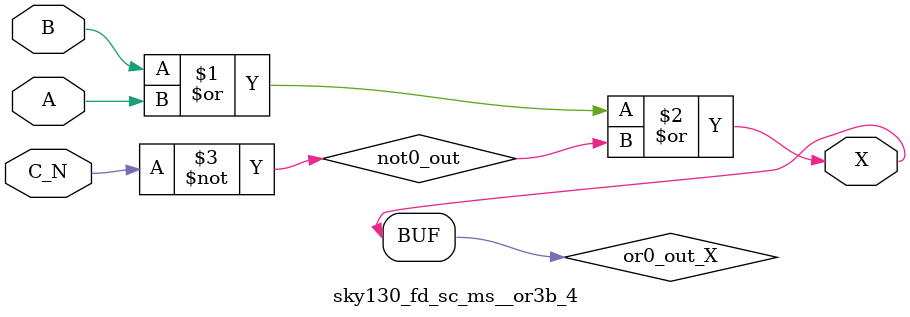
<source format=v>
/*
 * Copyright 2020 The SkyWater PDK Authors
 *
 * Licensed under the Apache License, Version 2.0 (the "License");
 * you may not use this file except in compliance with the License.
 * You may obtain a copy of the License at
 *
 *     https://www.apache.org/licenses/LICENSE-2.0
 *
 * Unless required by applicable law or agreed to in writing, software
 * distributed under the License is distributed on an "AS IS" BASIS,
 * WITHOUT WARRANTIES OR CONDITIONS OF ANY KIND, either express or implied.
 * See the License for the specific language governing permissions and
 * limitations under the License.
 *
 * SPDX-License-Identifier: Apache-2.0
*/


`ifndef SKY130_FD_SC_MS__OR3B_4_FUNCTIONAL_V
`define SKY130_FD_SC_MS__OR3B_4_FUNCTIONAL_V

/**
 * or3b: 3-input OR, first input inverted.
 *
 * Verilog simulation functional model.
 */

`timescale 1ns / 1ps
`default_nettype none

`celldefine
module sky130_fd_sc_ms__or3b_4 (
    X  ,
    A  ,
    B  ,
    C_N
);

    // Module ports
    output X  ;
    input  A  ;
    input  B  ;
    input  C_N;

    // Local signals
    wire not0_out ;
    wire or0_out_X;

    //  Name  Output     Other arguments
    not not0 (not0_out , C_N            );
    or  or0  (or0_out_X, B, A, not0_out );
    buf buf0 (X        , or0_out_X      );

endmodule
`endcelldefine

`default_nettype wire
`endif  // SKY130_FD_SC_MS__OR3B_4_FUNCTIONAL_V

</source>
